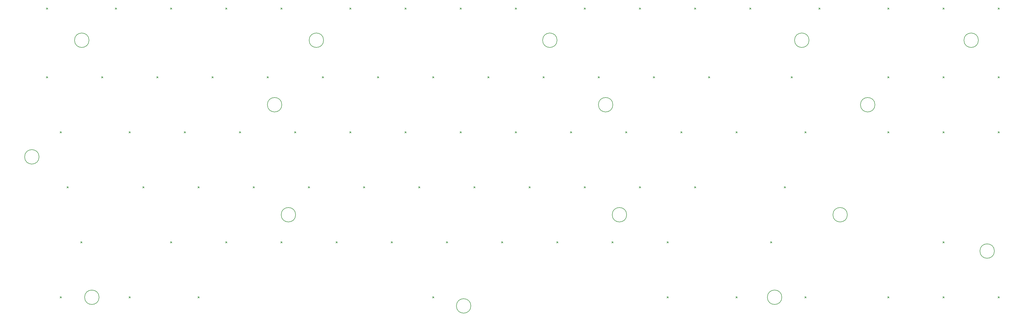
<source format=gbr>
%TF.GenerationSoftware,KiCad,Pcbnew,8.0.6*%
%TF.CreationDate,2025-04-02T20:39:07+07:00*%
%TF.ProjectId,Zellia80,5a656c6c-6961-4383-902e-6b696361645f,rev?*%
%TF.SameCoordinates,Original*%
%TF.FileFunction,Other,Comment*%
%FSLAX46Y46*%
G04 Gerber Fmt 4.6, Leading zero omitted, Abs format (unit mm)*
G04 Created by KiCad (PCBNEW 8.0.6) date 2025-04-02 20:39:07*
%MOMM*%
%LPD*%
G01*
G04 APERTURE LIST*
%ADD10C,0.150000*%
G04 APERTURE END LIST*
D10*
%TO.C,H16*%
X276343750Y-71437500D02*
G75*
G02*
X271343750Y-71437500I-2500000J0D01*
G01*
X271343750Y-71437500D02*
G75*
G02*
X276343750Y-71437500I2500000J0D01*
G01*
%TO.C,H13*%
X321587122Y-11000010D02*
G75*
G02*
X316587122Y-11000010I-2500000J0D01*
G01*
X316587122Y-11000010D02*
G75*
G02*
X321587122Y-11000010I2500000J0D01*
G01*
%TO.C,H14*%
X17977747Y-100012510D02*
G75*
G02*
X12977747Y-100012510I-2500000J0D01*
G01*
X12977747Y-100012510D02*
G75*
G02*
X17977747Y-100012510I2500000J0D01*
G01*
%TO.C,H11*%
X195381250Y-33337500D02*
G75*
G02*
X190381250Y-33337500I-2500000J0D01*
G01*
X190381250Y-33337500D02*
G75*
G02*
X195381250Y-33337500I2500000J0D01*
G01*
%TO.C,H5*%
X176112244Y-11000010D02*
G75*
G02*
X171112244Y-11000010I-2500000J0D01*
G01*
X171112244Y-11000010D02*
G75*
G02*
X176112244Y-11000010I2500000J0D01*
G01*
%TO.C,H4*%
X-2737878Y-51387510D02*
G75*
G02*
X-7737878Y-51387510I-2500000J0D01*
G01*
X-7737878Y-51387510D02*
G75*
G02*
X-2737878Y-51387510I2500000J0D01*
G01*
%TO.C,H10*%
X285868750Y-33337500D02*
G75*
G02*
X280868750Y-33337500I-2500000J0D01*
G01*
X280868750Y-33337500D02*
G75*
G02*
X285868750Y-33337500I2500000J0D01*
G01*
%TO.C,H1*%
X95499244Y-11000010D02*
G75*
G02*
X90499244Y-11000010I-2500000J0D01*
G01*
X90499244Y-11000010D02*
G75*
G02*
X95499244Y-11000010I2500000J0D01*
G01*
%TO.C,H18*%
X200143750Y-71437500D02*
G75*
G02*
X195143750Y-71437500I-2500000J0D01*
G01*
X195143750Y-71437500D02*
G75*
G02*
X200143750Y-71437500I2500000J0D01*
G01*
%TO.C,H12*%
X14499244Y-11000010D02*
G75*
G02*
X9499244Y-11000010I-2500000J0D01*
G01*
X9499244Y-11000010D02*
G75*
G02*
X14499244Y-11000010I2500000J0D01*
G01*
%TO.C,H17*%
X81081250Y-33337500D02*
G75*
G02*
X76081250Y-33337500I-2500000J0D01*
G01*
X76081250Y-33337500D02*
G75*
G02*
X81081250Y-33337500I2500000J0D01*
G01*
%TO.C,H2*%
X263112244Y-11000010D02*
G75*
G02*
X258112244Y-11000010I-2500000J0D01*
G01*
X258112244Y-11000010D02*
G75*
G02*
X263112244Y-11000010I2500000J0D01*
G01*
%TO.C,H3*%
X85843750Y-71437500D02*
G75*
G02*
X80843750Y-71437500I-2500000J0D01*
G01*
X80843750Y-71437500D02*
G75*
G02*
X85843750Y-71437500I2500000J0D01*
G01*
%TO.C,H15*%
X253721497Y-100012510D02*
G75*
G02*
X248721497Y-100012510I-2500000J0D01*
G01*
X248721497Y-100012510D02*
G75*
G02*
X253721497Y-100012510I2500000J0D01*
G01*
%TO.C,H8*%
X327112244Y-84012520D02*
G75*
G02*
X322112244Y-84012520I-2500000J0D01*
G01*
X322112244Y-84012520D02*
G75*
G02*
X327112244Y-84012520I2500000J0D01*
G01*
%TO.C,H7*%
X146350000Y-103012500D02*
G75*
G02*
X141350000Y-103012500I-2500000J0D01*
G01*
X141350000Y-103012500D02*
G75*
G02*
X146350000Y-103012500I2500000J0D01*
G01*
%TO.C,U25*%
X43116500Y-81216500D02*
X42608500Y-80708500D01*
X43116500Y-80708500D02*
X42608500Y-81216500D01*
%TO.C,U23*%
X47879000Y-43116500D02*
X47371000Y-42608500D01*
X47879000Y-42608500D02*
X47371000Y-43116500D01*
%TO.C,U96*%
X328866500Y-100266500D02*
X328358500Y-99758500D01*
X328866500Y-99758500D02*
X328358500Y-100266500D01*
%TO.C,U26*%
X124079000Y-254000D02*
X123571000Y254000D01*
X124079000Y254000D02*
X123571000Y-254000D01*
%TO.C,U27*%
X143129000Y-254000D02*
X142621000Y254000D01*
X143129000Y254000D02*
X142621000Y-254000D01*
%TO.C,U30*%
X71691500Y-62166500D02*
X71183500Y-61658500D01*
X71691500Y-61658500D02*
X71183500Y-62166500D01*
%TO.C,U38*%
X185991500Y-254000D02*
X185483500Y254000D01*
X185991500Y254000D02*
X185483500Y-254000D01*
%TO.C,U66*%
X185991500Y-62166500D02*
X185483500Y-61658500D01*
X185991500Y-61658500D02*
X185483500Y-62166500D01*
%TO.C,U13*%
X62166500Y-254000D02*
X61658500Y254000D01*
X62166500Y254000D02*
X61658500Y-254000D01*
%TO.C,U20*%
X105029000Y-254000D02*
X104521000Y254000D01*
X105029000Y254000D02*
X104521000Y-254000D01*
%TO.C,U72*%
X205041500Y-62166500D02*
X204533500Y-61658500D01*
X205041500Y-61658500D02*
X204533500Y-62166500D01*
%TO.C,U79*%
X214566500Y-81216500D02*
X214058500Y-80708500D01*
X214566500Y-80708500D02*
X214058500Y-81216500D01*
%TO.C,U44*%
X224091500Y-254000D02*
X223583500Y254000D01*
X224091500Y254000D02*
X223583500Y-254000D01*
%TO.C,U32*%
X162179000Y-254000D02*
X161671000Y254000D01*
X162179000Y254000D02*
X161671000Y-254000D01*
%TO.C,U9*%
X43116500Y-254000D02*
X42608500Y254000D01*
X43116500Y254000D02*
X42608500Y-254000D01*
%TO.C,U55*%
X138366500Y-81216500D02*
X137858500Y-80708500D01*
X138366500Y-80708500D02*
X137858500Y-81216500D01*
%TO.C,U82*%
X228854000Y-24066500D02*
X228346000Y-23558500D01*
X228854000Y-23558500D02*
X228346000Y-24066500D01*
%TO.C,U77*%
X219329000Y-43116500D02*
X218821000Y-42608500D01*
X219329000Y-42608500D02*
X218821000Y-43116500D01*
%TO.C,U58*%
X152654000Y-24066500D02*
X152146000Y-23558500D01*
X152654000Y-23558500D02*
X152146000Y-24066500D01*
%TO.C,U31*%
X62166500Y-81216500D02*
X61658500Y-80708500D01*
X62166500Y-80708500D02*
X61658500Y-81216500D01*
%TO.C,U89*%
X261683500Y-43116500D02*
X262191500Y-42608500D01*
X261683500Y-42608500D02*
X262191500Y-43116500D01*
%TO.C,U92*%
X238379000Y-100266500D02*
X237871000Y-99758500D01*
X238379000Y-99758500D02*
X237871000Y-100266500D01*
%TO.C,U37*%
X81216500Y-81216500D02*
X80708500Y-80708500D01*
X81216500Y-80708500D02*
X80708500Y-81216500D01*
%TO.C,U18*%
X33591500Y-62166500D02*
X33083500Y-61658500D01*
X33591500Y-61658500D02*
X33083500Y-62166500D01*
%TO.C,U65*%
X181229000Y-43116500D02*
X180721000Y-42608500D01*
X181229000Y-42608500D02*
X180721000Y-43116500D01*
%TO.C,U10*%
X254000Y-24066500D02*
X-254000Y-23558500D01*
X254000Y-23558500D02*
X-254000Y-24066500D01*
%TO.C,U97*%
X309816500Y-81216500D02*
X309308500Y-80708500D01*
X309816500Y-80708500D02*
X309308500Y-81216500D01*
%TO.C,U87*%
X328866500Y-24066500D02*
X328358500Y-23558500D01*
X328866500Y-23558500D02*
X328358500Y-24066500D01*
%TO.C,U12*%
X6889750Y-62166500D02*
X7397750Y-61658500D01*
X6889750Y-61658500D02*
X7397750Y-62166500D01*
%TO.C,U86*%
X309816500Y-24066500D02*
X309308500Y-23558500D01*
X309816500Y-23558500D02*
X309308500Y-24066500D01*
%TO.C,U57*%
X249777250Y-81216500D02*
X250285250Y-80708500D01*
X249777250Y-80708500D02*
X250285250Y-81216500D01*
%TO.C,U83*%
X238379000Y-43116500D02*
X237871000Y-42608500D01*
X238379000Y-42608500D02*
X237871000Y-43116500D01*
%TO.C,U33*%
X11652250Y-81216500D02*
X12160250Y-80708500D01*
X11652250Y-80708500D02*
X12160250Y-81216500D01*
%TO.C,U93*%
X309816500Y-254000D02*
X309308500Y254000D01*
X309816500Y254000D02*
X309308500Y-254000D01*
%TO.C,U17*%
X28829000Y-43116500D02*
X28321000Y-42608500D01*
X28829000Y-42608500D02*
X28321000Y-43116500D01*
%TO.C,U88*%
X290766500Y-43116500D02*
X290258500Y-42608500D01*
X290766500Y-42608500D02*
X290258500Y-43116500D01*
%TO.C,U3*%
X256921000Y-24066500D02*
X257429000Y-23558500D01*
X256921000Y-23558500D02*
X257429000Y-24066500D01*
%TO.C,U34*%
X76454000Y-24066500D02*
X75946000Y-23558500D01*
X76454000Y-23558500D02*
X75946000Y-24066500D01*
%TO.C,U35*%
X85979000Y-43116500D02*
X85471000Y-42608500D01*
X85979000Y-42608500D02*
X85471000Y-43116500D01*
%TO.C,U6*%
X52133500Y-100266500D02*
X52641500Y-99758500D01*
X52133500Y-99758500D02*
X52641500Y-100266500D01*
%TO.C,U36*%
X90741500Y-62166500D02*
X90233500Y-61658500D01*
X90741500Y-61658500D02*
X90233500Y-62166500D01*
%TO.C,U70*%
X190754000Y-24066500D02*
X190246000Y-23558500D01*
X190754000Y-23558500D02*
X190246000Y-24066500D01*
%TO.C,U8*%
X214058500Y-100266500D02*
X214566500Y-99758500D01*
X214058500Y-99758500D02*
X214566500Y-100266500D01*
%TO.C,U50*%
X266954000Y-254000D02*
X266446000Y254000D01*
X266954000Y254000D02*
X266446000Y-254000D01*
%TO.C,U43*%
X100266500Y-81216500D02*
X99758500Y-80708500D01*
X100266500Y-80708500D02*
X99758500Y-81216500D01*
%TO.C,U52*%
X133604000Y-24066500D02*
X133096000Y-23558500D01*
X133604000Y-23558500D02*
X133096000Y-24066500D01*
%TO.C,U22*%
X38354000Y-24066500D02*
X37846000Y-23558500D01*
X38354000Y-23558500D02*
X37846000Y-24066500D01*
%TO.C,U5*%
X28829000Y-100266500D02*
X28321000Y-99758500D01*
X28829000Y-99758500D02*
X28321000Y-100266500D01*
%TO.C,U67*%
X176466500Y-81216500D02*
X175958500Y-80708500D01*
X176466500Y-80708500D02*
X175958500Y-81216500D01*
%TO.C,U54*%
X147891500Y-62166500D02*
X147383500Y-61658500D01*
X147891500Y-61658500D02*
X147383500Y-62166500D01*
%TO.C,U53*%
X143129000Y-43116500D02*
X142621000Y-42608500D01*
X143129000Y-42608500D02*
X142621000Y-43116500D01*
%TO.C,U29*%
X66929000Y-43116500D02*
X66421000Y-42608500D01*
X66929000Y-42608500D02*
X66421000Y-43116500D01*
%TO.C,U91*%
X328866500Y-43116500D02*
X328358500Y-42608500D01*
X328866500Y-42608500D02*
X328358500Y-43116500D01*
%TO.C,U40*%
X95504000Y-24066500D02*
X94996000Y-23558500D01*
X95504000Y-23558500D02*
X94996000Y-24066500D01*
%TO.C,U90*%
X309816500Y-43116500D02*
X309308500Y-42608500D01*
X309816500Y-42608500D02*
X309308500Y-43116500D01*
%TO.C,U75*%
X290766500Y-254000D02*
X290258500Y254000D01*
X290766500Y254000D02*
X290258500Y-254000D01*
%TO.C,U45*%
X243141500Y-254000D02*
X242633500Y254000D01*
X243141500Y254000D02*
X242633500Y-254000D01*
%TO.C,U47*%
X124079000Y-43116500D02*
X123571000Y-42608500D01*
X124079000Y-42608500D02*
X123571000Y-43116500D01*
%TO.C,U95*%
X309816500Y-100266500D02*
X309308500Y-99758500D01*
X309816500Y-99758500D02*
X309308500Y-100266500D01*
%TO.C,U71*%
X200279000Y-43116500D02*
X199771000Y-42608500D01*
X200279000Y-42608500D02*
X199771000Y-43116500D01*
%TO.C,U14*%
X81216500Y-254000D02*
X80708500Y254000D01*
X81216500Y254000D02*
X80708500Y-254000D01*
%TO.C,U28*%
X57404000Y-24066500D02*
X56896000Y-23558500D01*
X57404000Y-23558500D02*
X56896000Y-24066500D01*
%TO.C,U42*%
X109791500Y-62166500D02*
X109283500Y-61658500D01*
X109791500Y-61658500D02*
X109283500Y-62166500D01*
%TO.C,U4*%
X4508500Y-100266500D02*
X5016500Y-99758500D01*
X4508500Y-99758500D02*
X5016500Y-100266500D01*
%TO.C,U11*%
X4508500Y-43116500D02*
X5016500Y-42608500D01*
X4508500Y-42608500D02*
X5016500Y-43116500D01*
%TO.C,U73*%
X195516500Y-81216500D02*
X195008500Y-80708500D01*
X195516500Y-80708500D02*
X195008500Y-81216500D01*
%TO.C,U84*%
X255047750Y-62166500D02*
X254539750Y-61658500D01*
X255047750Y-61658500D02*
X254539750Y-62166500D01*
%TO.C,U41*%
X105029000Y-43116500D02*
X104521000Y-42608500D01*
X105029000Y-42608500D02*
X104521000Y-43116500D01*
%TO.C,U48*%
X128841500Y-62166500D02*
X128333500Y-61658500D01*
X128841500Y-61658500D02*
X128333500Y-62166500D01*
%TO.C,U39*%
X205041500Y-254000D02*
X204533500Y254000D01*
X205041500Y254000D02*
X204533500Y-254000D01*
%TO.C,U60*%
X166941500Y-62166500D02*
X166433500Y-61658500D01*
X166941500Y-61658500D02*
X166433500Y-62166500D01*
%TO.C,U94*%
X290766500Y-100266500D02*
X290258500Y-99758500D01*
X290766500Y-99758500D02*
X290258500Y-100266500D01*
%TO.C,U64*%
X171704000Y-24066500D02*
X171196000Y-23558500D01*
X171704000Y-23558500D02*
X171196000Y-24066500D01*
%TO.C,U7*%
X133096000Y-100266500D02*
X133604000Y-99758500D01*
X133096000Y-99758500D02*
X133604000Y-100266500D01*
%TO.C,U59*%
X162179000Y-43116500D02*
X161671000Y-42608500D01*
X162179000Y-42608500D02*
X161671000Y-43116500D01*
%TO.C,U78*%
X224091500Y-62166500D02*
X223583500Y-61658500D01*
X224091500Y-61658500D02*
X223583500Y-62166500D01*
%TO.C,U99*%
X328866500Y-254000D02*
X328358500Y254000D01*
X328866500Y254000D02*
X328358500Y-254000D01*
%TO.C,U16*%
X19304000Y-24066500D02*
X18796000Y-23558500D01*
X19304000Y-23558500D02*
X18796000Y-24066500D01*
%TO.C,U49*%
X119316500Y-81216500D02*
X118808500Y-80708500D01*
X119316500Y-80708500D02*
X118808500Y-81216500D01*
%TO.C,U61*%
X157416500Y-81216500D02*
X156908500Y-80708500D01*
X157416500Y-80708500D02*
X156908500Y-81216500D01*
%TO.C,U46*%
X114554000Y-24066500D02*
X114046000Y-23558500D01*
X114554000Y-23558500D02*
X114046000Y-24066500D01*
%TO.C,U76*%
X209804000Y-24066500D02*
X209296000Y-23558500D01*
X209804000Y-23558500D02*
X209296000Y-24066500D01*
%TO.C,U98*%
X261683500Y-100266500D02*
X262191500Y-99758500D01*
X261683500Y-99758500D02*
X262191500Y-100266500D01*
%TO.C,U2*%
X24066500Y-254000D02*
X23558500Y254000D01*
X24066500Y254000D02*
X23558500Y-254000D01*
%TO.C,U1*%
X254000Y-254000D02*
X-254000Y254000D01*
X254000Y254000D02*
X-254000Y-254000D01*
%TO.C,U80*%
X290766500Y-24066500D02*
X290258500Y-23558500D01*
X290766500Y-23558500D02*
X290258500Y-24066500D01*
%TO.C,U24*%
X52641500Y-62166500D02*
X52133500Y-61658500D01*
X52641500Y-61658500D02*
X52133500Y-62166500D01*
%TD*%
M02*

</source>
